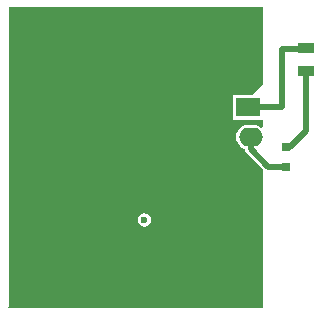
<source format=gbl>
G04*
G04 #@! TF.GenerationSoftware,Altium Limited,Altium Designer,18.1.7 (191)*
G04*
G04 Layer_Physical_Order=2*
G04 Layer_Color=16711680*
%FSLAX25Y25*%
%MOIN*%
G70*
G01*
G75*
%ADD13R,0.03150X0.03150*%
%ADD14R,0.05709X0.03740*%
%ADD19C,0.01968*%
%ADD20O,0.07874X0.06299*%
%ADD21R,0.07874X0.06299*%
%ADD22C,0.02362*%
G36*
X94488Y82759D02*
X90840Y79110D01*
X84614D01*
Y70811D01*
X94488D01*
Y68405D01*
X93988Y68158D01*
X93431Y68585D01*
X92422Y69003D01*
X91339Y69146D01*
X89764D01*
X88680Y69003D01*
X87671Y68585D01*
X86804Y67920D01*
X86139Y67053D01*
X85721Y66044D01*
X85578Y64961D01*
X85721Y63877D01*
X86139Y62868D01*
X86804Y62001D01*
X87671Y61336D01*
X88537Y60977D01*
X88682Y60249D01*
X89121Y59593D01*
X94488Y54225D01*
Y7874D01*
X9718D01*
X9526Y8336D01*
X9843Y8652D01*
Y108268D01*
X94488D01*
Y82759D01*
D02*
G37*
%LPC*%
G36*
X55118Y39625D02*
X54267Y39456D01*
X53546Y38974D01*
X53064Y38253D01*
X52894Y37402D01*
X53064Y36551D01*
X53546Y35829D01*
X54267Y35347D01*
X55118Y35178D01*
X55969Y35347D01*
X56691Y35829D01*
X57173Y36551D01*
X57342Y37402D01*
X57173Y38253D01*
X56691Y38974D01*
X55969Y39456D01*
X55118Y39625D01*
D02*
G37*
%LPD*%
D13*
X102362Y61614D02*
D03*
Y55118D02*
D03*
D14*
X109055Y87008D02*
D03*
Y94685D02*
D03*
D19*
X102362Y61614D02*
X103616D01*
X109055Y67053D01*
Y87008D01*
X100945Y94528D02*
X108898D01*
X109055Y94685D01*
X100945Y74961D02*
Y94528D01*
X89551Y74961D02*
X100945D01*
X89551D02*
Y75378D01*
X96457Y55118D02*
X102362D01*
X90551Y61024D02*
X96457Y55118D01*
X90551Y61024D02*
Y64961D01*
D20*
D03*
D21*
X89551Y74961D02*
D03*
D22*
X55118Y37402D02*
D03*
M02*

</source>
